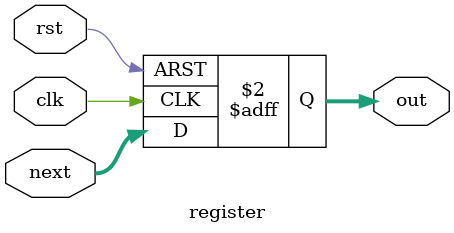
<source format=v>


module register(clk, rst, next, out);
input clk, rst;
input [15:0] next;
output [15:0] out;
reg [15:0] out;

always @(posedge clk or posedge rst)
begin
	if(rst)
		out = 0;
	else
		out = next;
end

endmodule

</source>
